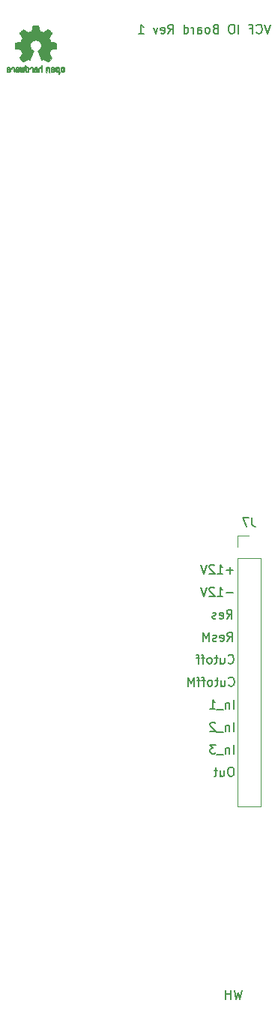
<source format=gbr>
G04 #@! TF.GenerationSoftware,KiCad,Pcbnew,(5.1.4-0-10_14)*
G04 #@! TF.CreationDate,2019-10-08T20:58:21-07:00*
G04 #@! TF.ProjectId,VCF_IO,5643465f-494f-42e6-9b69-6361645f7063,rev?*
G04 #@! TF.SameCoordinates,Original*
G04 #@! TF.FileFunction,Legend,Bot*
G04 #@! TF.FilePolarity,Positive*
%FSLAX46Y46*%
G04 Gerber Fmt 4.6, Leading zero omitted, Abs format (unit mm)*
G04 Created by KiCad (PCBNEW (5.1.4-0-10_14)) date 2019-10-08 20:58:21*
%MOMM*%
%LPD*%
G04 APERTURE LIST*
%ADD10C,0.150000*%
%ADD11C,0.010000*%
%ADD12C,0.120000*%
G04 APERTURE END LIST*
D10*
X101163333Y-132802380D02*
X100972857Y-132802380D01*
X100877619Y-132850000D01*
X100782380Y-132945238D01*
X100734761Y-133135714D01*
X100734761Y-133469047D01*
X100782380Y-133659523D01*
X100877619Y-133754761D01*
X100972857Y-133802380D01*
X101163333Y-133802380D01*
X101258571Y-133754761D01*
X101353809Y-133659523D01*
X101401428Y-133469047D01*
X101401428Y-133135714D01*
X101353809Y-132945238D01*
X101258571Y-132850000D01*
X101163333Y-132802380D01*
X99877619Y-133135714D02*
X99877619Y-133802380D01*
X100306190Y-133135714D02*
X100306190Y-133659523D01*
X100258571Y-133754761D01*
X100163333Y-133802380D01*
X100020476Y-133802380D01*
X99925238Y-133754761D01*
X99877619Y-133707142D01*
X99544285Y-133135714D02*
X99163333Y-133135714D01*
X99401428Y-132802380D02*
X99401428Y-133659523D01*
X99353809Y-133754761D01*
X99258571Y-133802380D01*
X99163333Y-133802380D01*
X101385523Y-131262380D02*
X101385523Y-130262380D01*
X100909333Y-130595714D02*
X100909333Y-131262380D01*
X100909333Y-130690952D02*
X100861714Y-130643333D01*
X100766476Y-130595714D01*
X100623619Y-130595714D01*
X100528380Y-130643333D01*
X100480761Y-130738571D01*
X100480761Y-131262380D01*
X100242666Y-131357619D02*
X99480761Y-131357619D01*
X99337904Y-130262380D02*
X98718857Y-130262380D01*
X99052190Y-130643333D01*
X98909333Y-130643333D01*
X98814095Y-130690952D01*
X98766476Y-130738571D01*
X98718857Y-130833809D01*
X98718857Y-131071904D01*
X98766476Y-131167142D01*
X98814095Y-131214761D01*
X98909333Y-131262380D01*
X99195047Y-131262380D01*
X99290285Y-131214761D01*
X99337904Y-131167142D01*
X101385523Y-128722380D02*
X101385523Y-127722380D01*
X100909333Y-128055714D02*
X100909333Y-128722380D01*
X100909333Y-128150952D02*
X100861714Y-128103333D01*
X100766476Y-128055714D01*
X100623619Y-128055714D01*
X100528380Y-128103333D01*
X100480761Y-128198571D01*
X100480761Y-128722380D01*
X100242666Y-128817619D02*
X99480761Y-128817619D01*
X99290285Y-127817619D02*
X99242666Y-127770000D01*
X99147428Y-127722380D01*
X98909333Y-127722380D01*
X98814095Y-127770000D01*
X98766476Y-127817619D01*
X98718857Y-127912857D01*
X98718857Y-128008095D01*
X98766476Y-128150952D01*
X99337904Y-128722380D01*
X98718857Y-128722380D01*
X101385523Y-126182380D02*
X101385523Y-125182380D01*
X100909333Y-125515714D02*
X100909333Y-126182380D01*
X100909333Y-125610952D02*
X100861714Y-125563333D01*
X100766476Y-125515714D01*
X100623619Y-125515714D01*
X100528380Y-125563333D01*
X100480761Y-125658571D01*
X100480761Y-126182380D01*
X100242666Y-126277619D02*
X99480761Y-126277619D01*
X98718857Y-126182380D02*
X99290285Y-126182380D01*
X99004571Y-126182380D02*
X99004571Y-125182380D01*
X99099809Y-125325238D01*
X99195047Y-125420476D01*
X99290285Y-125468095D01*
X100829809Y-123547142D02*
X100877428Y-123594761D01*
X101020285Y-123642380D01*
X101115523Y-123642380D01*
X101258380Y-123594761D01*
X101353619Y-123499523D01*
X101401238Y-123404285D01*
X101448857Y-123213809D01*
X101448857Y-123070952D01*
X101401238Y-122880476D01*
X101353619Y-122785238D01*
X101258380Y-122690000D01*
X101115523Y-122642380D01*
X101020285Y-122642380D01*
X100877428Y-122690000D01*
X100829809Y-122737619D01*
X99972666Y-122975714D02*
X99972666Y-123642380D01*
X100401238Y-122975714D02*
X100401238Y-123499523D01*
X100353619Y-123594761D01*
X100258380Y-123642380D01*
X100115523Y-123642380D01*
X100020285Y-123594761D01*
X99972666Y-123547142D01*
X99639333Y-122975714D02*
X99258380Y-122975714D01*
X99496476Y-122642380D02*
X99496476Y-123499523D01*
X99448857Y-123594761D01*
X99353619Y-123642380D01*
X99258380Y-123642380D01*
X98782190Y-123642380D02*
X98877428Y-123594761D01*
X98925047Y-123547142D01*
X98972666Y-123451904D01*
X98972666Y-123166190D01*
X98925047Y-123070952D01*
X98877428Y-123023333D01*
X98782190Y-122975714D01*
X98639333Y-122975714D01*
X98544095Y-123023333D01*
X98496476Y-123070952D01*
X98448857Y-123166190D01*
X98448857Y-123451904D01*
X98496476Y-123547142D01*
X98544095Y-123594761D01*
X98639333Y-123642380D01*
X98782190Y-123642380D01*
X98163142Y-122975714D02*
X97782190Y-122975714D01*
X98020285Y-123642380D02*
X98020285Y-122785238D01*
X97972666Y-122690000D01*
X97877428Y-122642380D01*
X97782190Y-122642380D01*
X97591714Y-122975714D02*
X97210761Y-122975714D01*
X97448857Y-123642380D02*
X97448857Y-122785238D01*
X97401238Y-122690000D01*
X97306000Y-122642380D01*
X97210761Y-122642380D01*
X96877428Y-123642380D02*
X96877428Y-122642380D01*
X96544095Y-123356666D01*
X96210761Y-122642380D01*
X96210761Y-123642380D01*
X100766380Y-121007142D02*
X100814000Y-121054761D01*
X100956857Y-121102380D01*
X101052095Y-121102380D01*
X101194952Y-121054761D01*
X101290190Y-120959523D01*
X101337809Y-120864285D01*
X101385428Y-120673809D01*
X101385428Y-120530952D01*
X101337809Y-120340476D01*
X101290190Y-120245238D01*
X101194952Y-120150000D01*
X101052095Y-120102380D01*
X100956857Y-120102380D01*
X100814000Y-120150000D01*
X100766380Y-120197619D01*
X99909238Y-120435714D02*
X99909238Y-121102380D01*
X100337809Y-120435714D02*
X100337809Y-120959523D01*
X100290190Y-121054761D01*
X100194952Y-121102380D01*
X100052095Y-121102380D01*
X99956857Y-121054761D01*
X99909238Y-121007142D01*
X99575904Y-120435714D02*
X99194952Y-120435714D01*
X99433047Y-120102380D02*
X99433047Y-120959523D01*
X99385428Y-121054761D01*
X99290190Y-121102380D01*
X99194952Y-121102380D01*
X98718761Y-121102380D02*
X98814000Y-121054761D01*
X98861619Y-121007142D01*
X98909238Y-120911904D01*
X98909238Y-120626190D01*
X98861619Y-120530952D01*
X98814000Y-120483333D01*
X98718761Y-120435714D01*
X98575904Y-120435714D01*
X98480666Y-120483333D01*
X98433047Y-120530952D01*
X98385428Y-120626190D01*
X98385428Y-120911904D01*
X98433047Y-121007142D01*
X98480666Y-121054761D01*
X98575904Y-121102380D01*
X98718761Y-121102380D01*
X98099714Y-120435714D02*
X97718761Y-120435714D01*
X97956857Y-121102380D02*
X97956857Y-120245238D01*
X97909238Y-120150000D01*
X97814000Y-120102380D01*
X97718761Y-120102380D01*
X97528285Y-120435714D02*
X97147333Y-120435714D01*
X97385428Y-121102380D02*
X97385428Y-120245238D01*
X97337809Y-120150000D01*
X97242571Y-120102380D01*
X97147333Y-120102380D01*
X100663238Y-118562380D02*
X100996571Y-118086190D01*
X101234666Y-118562380D02*
X101234666Y-117562380D01*
X100853714Y-117562380D01*
X100758476Y-117610000D01*
X100710857Y-117657619D01*
X100663238Y-117752857D01*
X100663238Y-117895714D01*
X100710857Y-117990952D01*
X100758476Y-118038571D01*
X100853714Y-118086190D01*
X101234666Y-118086190D01*
X99853714Y-118514761D02*
X99948952Y-118562380D01*
X100139428Y-118562380D01*
X100234666Y-118514761D01*
X100282285Y-118419523D01*
X100282285Y-118038571D01*
X100234666Y-117943333D01*
X100139428Y-117895714D01*
X99948952Y-117895714D01*
X99853714Y-117943333D01*
X99806095Y-118038571D01*
X99806095Y-118133809D01*
X100282285Y-118229047D01*
X99425142Y-118514761D02*
X99329904Y-118562380D01*
X99139428Y-118562380D01*
X99044190Y-118514761D01*
X98996571Y-118419523D01*
X98996571Y-118371904D01*
X99044190Y-118276666D01*
X99139428Y-118229047D01*
X99282285Y-118229047D01*
X99377523Y-118181428D01*
X99425142Y-118086190D01*
X99425142Y-118038571D01*
X99377523Y-117943333D01*
X99282285Y-117895714D01*
X99139428Y-117895714D01*
X99044190Y-117943333D01*
X98568000Y-118562380D02*
X98568000Y-117562380D01*
X98234666Y-118276666D01*
X97901333Y-117562380D01*
X97901333Y-118562380D01*
X100599809Y-116022380D02*
X100933142Y-115546190D01*
X101171238Y-116022380D02*
X101171238Y-115022380D01*
X100790285Y-115022380D01*
X100695047Y-115070000D01*
X100647428Y-115117619D01*
X100599809Y-115212857D01*
X100599809Y-115355714D01*
X100647428Y-115450952D01*
X100695047Y-115498571D01*
X100790285Y-115546190D01*
X101171238Y-115546190D01*
X99790285Y-115974761D02*
X99885523Y-116022380D01*
X100076000Y-116022380D01*
X100171238Y-115974761D01*
X100218857Y-115879523D01*
X100218857Y-115498571D01*
X100171238Y-115403333D01*
X100076000Y-115355714D01*
X99885523Y-115355714D01*
X99790285Y-115403333D01*
X99742666Y-115498571D01*
X99742666Y-115593809D01*
X100218857Y-115689047D01*
X99361714Y-115974761D02*
X99266476Y-116022380D01*
X99076000Y-116022380D01*
X98980761Y-115974761D01*
X98933142Y-115879523D01*
X98933142Y-115831904D01*
X98980761Y-115736666D01*
X99076000Y-115689047D01*
X99218857Y-115689047D01*
X99314095Y-115641428D01*
X99361714Y-115546190D01*
X99361714Y-115498571D01*
X99314095Y-115403333D01*
X99218857Y-115355714D01*
X99076000Y-115355714D01*
X98980761Y-115403333D01*
X101329904Y-113101428D02*
X100568000Y-113101428D01*
X99568000Y-113482380D02*
X100139428Y-113482380D01*
X99853714Y-113482380D02*
X99853714Y-112482380D01*
X99948952Y-112625238D01*
X100044190Y-112720476D01*
X100139428Y-112768095D01*
X99187047Y-112577619D02*
X99139428Y-112530000D01*
X99044190Y-112482380D01*
X98806095Y-112482380D01*
X98710857Y-112530000D01*
X98663238Y-112577619D01*
X98615619Y-112672857D01*
X98615619Y-112768095D01*
X98663238Y-112910952D01*
X99234666Y-113482380D01*
X98615619Y-113482380D01*
X98329904Y-112482380D02*
X97996571Y-113482380D01*
X97663238Y-112482380D01*
X101329904Y-110561428D02*
X100568000Y-110561428D01*
X100948952Y-110942380D02*
X100948952Y-110180476D01*
X99568000Y-110942380D02*
X100139428Y-110942380D01*
X99853714Y-110942380D02*
X99853714Y-109942380D01*
X99948952Y-110085238D01*
X100044190Y-110180476D01*
X100139428Y-110228095D01*
X99187047Y-110037619D02*
X99139428Y-109990000D01*
X99044190Y-109942380D01*
X98806095Y-109942380D01*
X98710857Y-109990000D01*
X98663238Y-110037619D01*
X98615619Y-110132857D01*
X98615619Y-110228095D01*
X98663238Y-110370952D01*
X99234666Y-110942380D01*
X98615619Y-110942380D01*
X98329904Y-109942380D02*
X97996571Y-110942380D01*
X97663238Y-109942380D01*
X102298380Y-157948380D02*
X102060285Y-158948380D01*
X101869809Y-158234095D01*
X101679333Y-158948380D01*
X101441238Y-157948380D01*
X101060285Y-158948380D02*
X101060285Y-157948380D01*
X101060285Y-158424571D02*
X100488857Y-158424571D01*
X100488857Y-158948380D02*
X100488857Y-157948380D01*
X105544000Y-48982380D02*
X105210666Y-49982380D01*
X104877333Y-48982380D01*
X103972571Y-49887142D02*
X104020190Y-49934761D01*
X104163047Y-49982380D01*
X104258285Y-49982380D01*
X104401142Y-49934761D01*
X104496380Y-49839523D01*
X104544000Y-49744285D01*
X104591619Y-49553809D01*
X104591619Y-49410952D01*
X104544000Y-49220476D01*
X104496380Y-49125238D01*
X104401142Y-49030000D01*
X104258285Y-48982380D01*
X104163047Y-48982380D01*
X104020190Y-49030000D01*
X103972571Y-49077619D01*
X103210666Y-49458571D02*
X103544000Y-49458571D01*
X103544000Y-49982380D02*
X103544000Y-48982380D01*
X103067809Y-48982380D01*
X101924952Y-49982380D02*
X101924952Y-48982380D01*
X101258285Y-48982380D02*
X101067809Y-48982380D01*
X100972571Y-49030000D01*
X100877333Y-49125238D01*
X100829714Y-49315714D01*
X100829714Y-49649047D01*
X100877333Y-49839523D01*
X100972571Y-49934761D01*
X101067809Y-49982380D01*
X101258285Y-49982380D01*
X101353523Y-49934761D01*
X101448761Y-49839523D01*
X101496380Y-49649047D01*
X101496380Y-49315714D01*
X101448761Y-49125238D01*
X101353523Y-49030000D01*
X101258285Y-48982380D01*
X99305904Y-49458571D02*
X99163047Y-49506190D01*
X99115428Y-49553809D01*
X99067809Y-49649047D01*
X99067809Y-49791904D01*
X99115428Y-49887142D01*
X99163047Y-49934761D01*
X99258285Y-49982380D01*
X99639238Y-49982380D01*
X99639238Y-48982380D01*
X99305904Y-48982380D01*
X99210666Y-49030000D01*
X99163047Y-49077619D01*
X99115428Y-49172857D01*
X99115428Y-49268095D01*
X99163047Y-49363333D01*
X99210666Y-49410952D01*
X99305904Y-49458571D01*
X99639238Y-49458571D01*
X98496380Y-49982380D02*
X98591619Y-49934761D01*
X98639238Y-49887142D01*
X98686857Y-49791904D01*
X98686857Y-49506190D01*
X98639238Y-49410952D01*
X98591619Y-49363333D01*
X98496380Y-49315714D01*
X98353523Y-49315714D01*
X98258285Y-49363333D01*
X98210666Y-49410952D01*
X98163047Y-49506190D01*
X98163047Y-49791904D01*
X98210666Y-49887142D01*
X98258285Y-49934761D01*
X98353523Y-49982380D01*
X98496380Y-49982380D01*
X97305904Y-49982380D02*
X97305904Y-49458571D01*
X97353523Y-49363333D01*
X97448761Y-49315714D01*
X97639238Y-49315714D01*
X97734476Y-49363333D01*
X97305904Y-49934761D02*
X97401142Y-49982380D01*
X97639238Y-49982380D01*
X97734476Y-49934761D01*
X97782095Y-49839523D01*
X97782095Y-49744285D01*
X97734476Y-49649047D01*
X97639238Y-49601428D01*
X97401142Y-49601428D01*
X97305904Y-49553809D01*
X96829714Y-49982380D02*
X96829714Y-49315714D01*
X96829714Y-49506190D02*
X96782095Y-49410952D01*
X96734476Y-49363333D01*
X96639238Y-49315714D01*
X96544000Y-49315714D01*
X95782095Y-49982380D02*
X95782095Y-48982380D01*
X95782095Y-49934761D02*
X95877333Y-49982380D01*
X96067809Y-49982380D01*
X96163047Y-49934761D01*
X96210666Y-49887142D01*
X96258285Y-49791904D01*
X96258285Y-49506190D01*
X96210666Y-49410952D01*
X96163047Y-49363333D01*
X96067809Y-49315714D01*
X95877333Y-49315714D01*
X95782095Y-49363333D01*
X93972571Y-49982380D02*
X94305904Y-49506190D01*
X94544000Y-49982380D02*
X94544000Y-48982380D01*
X94163047Y-48982380D01*
X94067809Y-49030000D01*
X94020190Y-49077619D01*
X93972571Y-49172857D01*
X93972571Y-49315714D01*
X94020190Y-49410952D01*
X94067809Y-49458571D01*
X94163047Y-49506190D01*
X94544000Y-49506190D01*
X93163047Y-49934761D02*
X93258285Y-49982380D01*
X93448761Y-49982380D01*
X93544000Y-49934761D01*
X93591619Y-49839523D01*
X93591619Y-49458571D01*
X93544000Y-49363333D01*
X93448761Y-49315714D01*
X93258285Y-49315714D01*
X93163047Y-49363333D01*
X93115428Y-49458571D01*
X93115428Y-49553809D01*
X93591619Y-49649047D01*
X92782095Y-49315714D02*
X92544000Y-49982380D01*
X92305904Y-49315714D01*
X90639238Y-49982380D02*
X91210666Y-49982380D01*
X90924952Y-49982380D02*
X90924952Y-48982380D01*
X91020190Y-49125238D01*
X91115428Y-49220476D01*
X91210666Y-49268095D01*
D11*
G36*
X78890090Y-49058348D02*
G01*
X78811546Y-49058778D01*
X78754702Y-49059942D01*
X78715895Y-49062207D01*
X78691462Y-49065940D01*
X78677738Y-49071506D01*
X78671060Y-49079273D01*
X78667764Y-49089605D01*
X78667444Y-49090943D01*
X78662438Y-49115079D01*
X78653171Y-49162701D01*
X78640608Y-49228741D01*
X78625713Y-49308128D01*
X78609449Y-49395796D01*
X78608881Y-49398875D01*
X78592590Y-49484789D01*
X78577348Y-49560696D01*
X78564139Y-49622045D01*
X78553946Y-49664282D01*
X78547752Y-49682855D01*
X78547457Y-49683184D01*
X78529212Y-49692253D01*
X78491595Y-49707367D01*
X78442729Y-49725262D01*
X78442457Y-49725358D01*
X78380907Y-49748493D01*
X78308343Y-49777965D01*
X78239943Y-49807597D01*
X78236706Y-49809062D01*
X78125298Y-49859626D01*
X77878601Y-49691160D01*
X77802923Y-49639803D01*
X77734369Y-49593889D01*
X77676912Y-49556030D01*
X77634524Y-49528837D01*
X77611175Y-49514921D01*
X77608958Y-49513889D01*
X77591990Y-49518484D01*
X77560299Y-49540655D01*
X77512648Y-49581447D01*
X77447802Y-49641905D01*
X77381603Y-49706227D01*
X77317786Y-49769612D01*
X77260671Y-49827451D01*
X77213695Y-49876175D01*
X77180297Y-49912210D01*
X77163915Y-49931984D01*
X77163306Y-49933002D01*
X77161495Y-49946572D01*
X77168317Y-49968733D01*
X77185460Y-50002478D01*
X77214607Y-50050800D01*
X77257445Y-50116692D01*
X77314552Y-50201517D01*
X77365234Y-50276177D01*
X77410539Y-50343140D01*
X77447850Y-50398516D01*
X77474548Y-50438420D01*
X77488015Y-50458962D01*
X77488863Y-50460356D01*
X77487219Y-50480038D01*
X77474755Y-50518293D01*
X77453952Y-50567889D01*
X77446538Y-50583728D01*
X77414186Y-50654290D01*
X77379672Y-50734353D01*
X77351635Y-50803629D01*
X77331432Y-50855045D01*
X77315385Y-50894119D01*
X77306112Y-50914541D01*
X77304959Y-50916114D01*
X77287904Y-50918721D01*
X77247702Y-50925863D01*
X77189698Y-50936523D01*
X77119237Y-50949685D01*
X77041665Y-50964333D01*
X76962328Y-50979449D01*
X76886569Y-50994018D01*
X76819736Y-51007022D01*
X76767172Y-51017445D01*
X76734224Y-51024270D01*
X76726143Y-51026199D01*
X76717795Y-51030962D01*
X76711494Y-51041718D01*
X76706955Y-51062098D01*
X76703896Y-51095734D01*
X76702033Y-51146255D01*
X76701082Y-51217292D01*
X76700760Y-51312476D01*
X76700743Y-51351492D01*
X76700743Y-51668799D01*
X76776943Y-51683839D01*
X76819337Y-51691995D01*
X76882600Y-51703899D01*
X76959038Y-51718116D01*
X77040957Y-51733210D01*
X77063600Y-51737355D01*
X77139194Y-51752053D01*
X77205047Y-51766505D01*
X77255634Y-51779375D01*
X77285426Y-51789322D01*
X77290388Y-51792287D01*
X77302574Y-51813283D01*
X77320047Y-51853967D01*
X77339423Y-51906322D01*
X77343266Y-51917600D01*
X77368661Y-51987523D01*
X77400183Y-52066418D01*
X77431031Y-52137266D01*
X77431183Y-52137595D01*
X77482553Y-52248733D01*
X77313601Y-52497253D01*
X77144648Y-52745772D01*
X77361571Y-52963058D01*
X77427181Y-53027726D01*
X77487021Y-53084733D01*
X77537733Y-53131033D01*
X77575954Y-53163584D01*
X77598325Y-53179343D01*
X77601534Y-53180343D01*
X77620374Y-53172469D01*
X77658820Y-53150578D01*
X77712670Y-53117267D01*
X77777724Y-53075131D01*
X77848060Y-53027943D01*
X77919445Y-52979810D01*
X77983092Y-52937928D01*
X78034959Y-52904871D01*
X78071005Y-52883218D01*
X78087133Y-52875543D01*
X78106811Y-52882037D01*
X78144125Y-52899150D01*
X78191379Y-52923326D01*
X78196388Y-52926013D01*
X78260023Y-52957927D01*
X78303659Y-52973579D01*
X78330798Y-52973745D01*
X78344943Y-52959204D01*
X78345025Y-52959000D01*
X78352095Y-52941779D01*
X78368958Y-52900899D01*
X78394305Y-52839525D01*
X78426829Y-52760819D01*
X78465222Y-52667947D01*
X78508178Y-52564072D01*
X78549778Y-52463502D01*
X78595496Y-52352516D01*
X78637474Y-52249703D01*
X78674452Y-52158215D01*
X78705173Y-52081201D01*
X78728378Y-52021815D01*
X78742810Y-51983209D01*
X78747257Y-51968800D01*
X78736104Y-51952272D01*
X78706931Y-51925930D01*
X78668029Y-51896887D01*
X78557243Y-51805039D01*
X78470649Y-51699759D01*
X78409284Y-51583266D01*
X78374185Y-51457776D01*
X78366392Y-51325507D01*
X78372057Y-51264457D01*
X78402922Y-51137795D01*
X78456080Y-51025941D01*
X78528233Y-50930001D01*
X78616083Y-50851076D01*
X78716335Y-50790270D01*
X78825690Y-50748687D01*
X78940853Y-50727428D01*
X79058525Y-50727599D01*
X79175410Y-50750301D01*
X79288211Y-50796638D01*
X79393631Y-50867713D01*
X79437632Y-50907911D01*
X79522021Y-51011129D01*
X79580778Y-51123925D01*
X79614296Y-51243010D01*
X79622965Y-51365095D01*
X79607177Y-51486893D01*
X79567322Y-51605116D01*
X79503793Y-51716475D01*
X79416979Y-51817684D01*
X79319971Y-51896887D01*
X79279563Y-51927162D01*
X79251018Y-51953219D01*
X79240743Y-51968825D01*
X79246123Y-51985843D01*
X79261425Y-52026500D01*
X79285388Y-52087642D01*
X79316756Y-52166119D01*
X79354268Y-52258780D01*
X79396667Y-52362472D01*
X79438337Y-52463526D01*
X79484310Y-52574607D01*
X79526893Y-52677541D01*
X79564779Y-52769165D01*
X79596660Y-52846316D01*
X79621229Y-52905831D01*
X79637180Y-52944544D01*
X79643090Y-52959000D01*
X79657052Y-52973685D01*
X79684060Y-52973642D01*
X79727587Y-52958099D01*
X79791110Y-52926284D01*
X79791612Y-52926013D01*
X79839440Y-52901323D01*
X79878103Y-52883338D01*
X79899905Y-52875614D01*
X79900867Y-52875543D01*
X79917279Y-52883378D01*
X79953513Y-52905165D01*
X80005526Y-52938328D01*
X80069275Y-52980291D01*
X80139940Y-53027943D01*
X80211884Y-53076191D01*
X80276726Y-53118151D01*
X80330265Y-53151227D01*
X80368303Y-53172821D01*
X80386467Y-53180343D01*
X80403192Y-53170457D01*
X80436820Y-53142826D01*
X80483990Y-53100495D01*
X80541342Y-53046505D01*
X80605516Y-52983899D01*
X80626503Y-52962983D01*
X80843501Y-52745623D01*
X80678332Y-52503220D01*
X80628136Y-52428781D01*
X80584081Y-52361972D01*
X80548638Y-52306665D01*
X80524281Y-52266729D01*
X80513478Y-52246036D01*
X80513162Y-52244563D01*
X80518857Y-52225058D01*
X80534174Y-52185822D01*
X80556463Y-52133430D01*
X80572107Y-52098355D01*
X80601359Y-52031201D01*
X80628906Y-51963358D01*
X80650263Y-51906034D01*
X80656065Y-51888572D01*
X80672548Y-51841938D01*
X80688660Y-51805905D01*
X80697510Y-51792287D01*
X80717040Y-51783952D01*
X80759666Y-51772137D01*
X80819855Y-51758181D01*
X80892078Y-51743422D01*
X80924400Y-51737355D01*
X81006478Y-51722273D01*
X81085205Y-51707669D01*
X81152891Y-51694980D01*
X81201840Y-51685642D01*
X81211057Y-51683839D01*
X81287257Y-51668799D01*
X81287257Y-51351492D01*
X81287086Y-51247154D01*
X81286384Y-51168213D01*
X81284866Y-51111038D01*
X81282251Y-51071999D01*
X81278254Y-51047465D01*
X81272591Y-51033805D01*
X81264980Y-51027389D01*
X81261857Y-51026199D01*
X81243022Y-51021980D01*
X81201412Y-51013562D01*
X81142370Y-51001961D01*
X81071243Y-50988195D01*
X80993375Y-50973280D01*
X80914113Y-50958232D01*
X80838802Y-50944069D01*
X80772787Y-50931806D01*
X80721413Y-50922461D01*
X80690025Y-50917050D01*
X80683041Y-50916114D01*
X80676715Y-50903596D01*
X80662710Y-50870246D01*
X80643645Y-50822377D01*
X80636366Y-50803629D01*
X80607004Y-50731195D01*
X80572429Y-50651170D01*
X80541463Y-50583728D01*
X80518677Y-50532159D01*
X80503518Y-50489785D01*
X80498458Y-50463834D01*
X80499264Y-50460356D01*
X80509959Y-50443936D01*
X80534380Y-50407417D01*
X80569905Y-50354687D01*
X80613913Y-50289635D01*
X80663783Y-50216151D01*
X80673644Y-50201645D01*
X80731508Y-50115704D01*
X80774044Y-50050261D01*
X80802946Y-50002304D01*
X80819910Y-49968820D01*
X80826633Y-49946795D01*
X80824810Y-49933217D01*
X80824764Y-49933131D01*
X80810414Y-49915297D01*
X80778677Y-49880817D01*
X80732990Y-49833268D01*
X80676796Y-49776222D01*
X80613532Y-49713255D01*
X80606398Y-49706227D01*
X80526670Y-49629020D01*
X80465143Y-49572330D01*
X80420579Y-49535110D01*
X80391743Y-49516315D01*
X80379042Y-49513889D01*
X80360506Y-49524471D01*
X80322039Y-49548916D01*
X80267614Y-49584612D01*
X80201202Y-49628947D01*
X80126775Y-49679311D01*
X80109399Y-49691160D01*
X79862703Y-49859626D01*
X79751294Y-49809062D01*
X79683543Y-49779595D01*
X79610817Y-49749959D01*
X79548297Y-49726330D01*
X79545543Y-49725358D01*
X79496640Y-49707457D01*
X79458943Y-49692320D01*
X79440575Y-49683210D01*
X79440544Y-49683184D01*
X79434715Y-49666717D01*
X79424808Y-49626219D01*
X79411805Y-49566242D01*
X79396691Y-49491340D01*
X79380448Y-49406064D01*
X79379119Y-49398875D01*
X79362825Y-49311014D01*
X79347867Y-49231260D01*
X79335209Y-49164681D01*
X79325814Y-49116347D01*
X79320646Y-49091325D01*
X79320556Y-49090943D01*
X79317411Y-49080299D01*
X79311296Y-49072262D01*
X79298547Y-49066467D01*
X79275500Y-49062547D01*
X79238491Y-49060135D01*
X79183856Y-49058865D01*
X79107933Y-49058371D01*
X79007056Y-49058286D01*
X78994000Y-49058286D01*
X78890090Y-49058348D01*
X78890090Y-49058348D01*
G37*
X78890090Y-49058348D02*
X78811546Y-49058778D01*
X78754702Y-49059942D01*
X78715895Y-49062207D01*
X78691462Y-49065940D01*
X78677738Y-49071506D01*
X78671060Y-49079273D01*
X78667764Y-49089605D01*
X78667444Y-49090943D01*
X78662438Y-49115079D01*
X78653171Y-49162701D01*
X78640608Y-49228741D01*
X78625713Y-49308128D01*
X78609449Y-49395796D01*
X78608881Y-49398875D01*
X78592590Y-49484789D01*
X78577348Y-49560696D01*
X78564139Y-49622045D01*
X78553946Y-49664282D01*
X78547752Y-49682855D01*
X78547457Y-49683184D01*
X78529212Y-49692253D01*
X78491595Y-49707367D01*
X78442729Y-49725262D01*
X78442457Y-49725358D01*
X78380907Y-49748493D01*
X78308343Y-49777965D01*
X78239943Y-49807597D01*
X78236706Y-49809062D01*
X78125298Y-49859626D01*
X77878601Y-49691160D01*
X77802923Y-49639803D01*
X77734369Y-49593889D01*
X77676912Y-49556030D01*
X77634524Y-49528837D01*
X77611175Y-49514921D01*
X77608958Y-49513889D01*
X77591990Y-49518484D01*
X77560299Y-49540655D01*
X77512648Y-49581447D01*
X77447802Y-49641905D01*
X77381603Y-49706227D01*
X77317786Y-49769612D01*
X77260671Y-49827451D01*
X77213695Y-49876175D01*
X77180297Y-49912210D01*
X77163915Y-49931984D01*
X77163306Y-49933002D01*
X77161495Y-49946572D01*
X77168317Y-49968733D01*
X77185460Y-50002478D01*
X77214607Y-50050800D01*
X77257445Y-50116692D01*
X77314552Y-50201517D01*
X77365234Y-50276177D01*
X77410539Y-50343140D01*
X77447850Y-50398516D01*
X77474548Y-50438420D01*
X77488015Y-50458962D01*
X77488863Y-50460356D01*
X77487219Y-50480038D01*
X77474755Y-50518293D01*
X77453952Y-50567889D01*
X77446538Y-50583728D01*
X77414186Y-50654290D01*
X77379672Y-50734353D01*
X77351635Y-50803629D01*
X77331432Y-50855045D01*
X77315385Y-50894119D01*
X77306112Y-50914541D01*
X77304959Y-50916114D01*
X77287904Y-50918721D01*
X77247702Y-50925863D01*
X77189698Y-50936523D01*
X77119237Y-50949685D01*
X77041665Y-50964333D01*
X76962328Y-50979449D01*
X76886569Y-50994018D01*
X76819736Y-51007022D01*
X76767172Y-51017445D01*
X76734224Y-51024270D01*
X76726143Y-51026199D01*
X76717795Y-51030962D01*
X76711494Y-51041718D01*
X76706955Y-51062098D01*
X76703896Y-51095734D01*
X76702033Y-51146255D01*
X76701082Y-51217292D01*
X76700760Y-51312476D01*
X76700743Y-51351492D01*
X76700743Y-51668799D01*
X76776943Y-51683839D01*
X76819337Y-51691995D01*
X76882600Y-51703899D01*
X76959038Y-51718116D01*
X77040957Y-51733210D01*
X77063600Y-51737355D01*
X77139194Y-51752053D01*
X77205047Y-51766505D01*
X77255634Y-51779375D01*
X77285426Y-51789322D01*
X77290388Y-51792287D01*
X77302574Y-51813283D01*
X77320047Y-51853967D01*
X77339423Y-51906322D01*
X77343266Y-51917600D01*
X77368661Y-51987523D01*
X77400183Y-52066418D01*
X77431031Y-52137266D01*
X77431183Y-52137595D01*
X77482553Y-52248733D01*
X77313601Y-52497253D01*
X77144648Y-52745772D01*
X77361571Y-52963058D01*
X77427181Y-53027726D01*
X77487021Y-53084733D01*
X77537733Y-53131033D01*
X77575954Y-53163584D01*
X77598325Y-53179343D01*
X77601534Y-53180343D01*
X77620374Y-53172469D01*
X77658820Y-53150578D01*
X77712670Y-53117267D01*
X77777724Y-53075131D01*
X77848060Y-53027943D01*
X77919445Y-52979810D01*
X77983092Y-52937928D01*
X78034959Y-52904871D01*
X78071005Y-52883218D01*
X78087133Y-52875543D01*
X78106811Y-52882037D01*
X78144125Y-52899150D01*
X78191379Y-52923326D01*
X78196388Y-52926013D01*
X78260023Y-52957927D01*
X78303659Y-52973579D01*
X78330798Y-52973745D01*
X78344943Y-52959204D01*
X78345025Y-52959000D01*
X78352095Y-52941779D01*
X78368958Y-52900899D01*
X78394305Y-52839525D01*
X78426829Y-52760819D01*
X78465222Y-52667947D01*
X78508178Y-52564072D01*
X78549778Y-52463502D01*
X78595496Y-52352516D01*
X78637474Y-52249703D01*
X78674452Y-52158215D01*
X78705173Y-52081201D01*
X78728378Y-52021815D01*
X78742810Y-51983209D01*
X78747257Y-51968800D01*
X78736104Y-51952272D01*
X78706931Y-51925930D01*
X78668029Y-51896887D01*
X78557243Y-51805039D01*
X78470649Y-51699759D01*
X78409284Y-51583266D01*
X78374185Y-51457776D01*
X78366392Y-51325507D01*
X78372057Y-51264457D01*
X78402922Y-51137795D01*
X78456080Y-51025941D01*
X78528233Y-50930001D01*
X78616083Y-50851076D01*
X78716335Y-50790270D01*
X78825690Y-50748687D01*
X78940853Y-50727428D01*
X79058525Y-50727599D01*
X79175410Y-50750301D01*
X79288211Y-50796638D01*
X79393631Y-50867713D01*
X79437632Y-50907911D01*
X79522021Y-51011129D01*
X79580778Y-51123925D01*
X79614296Y-51243010D01*
X79622965Y-51365095D01*
X79607177Y-51486893D01*
X79567322Y-51605116D01*
X79503793Y-51716475D01*
X79416979Y-51817684D01*
X79319971Y-51896887D01*
X79279563Y-51927162D01*
X79251018Y-51953219D01*
X79240743Y-51968825D01*
X79246123Y-51985843D01*
X79261425Y-52026500D01*
X79285388Y-52087642D01*
X79316756Y-52166119D01*
X79354268Y-52258780D01*
X79396667Y-52362472D01*
X79438337Y-52463526D01*
X79484310Y-52574607D01*
X79526893Y-52677541D01*
X79564779Y-52769165D01*
X79596660Y-52846316D01*
X79621229Y-52905831D01*
X79637180Y-52944544D01*
X79643090Y-52959000D01*
X79657052Y-52973685D01*
X79684060Y-52973642D01*
X79727587Y-52958099D01*
X79791110Y-52926284D01*
X79791612Y-52926013D01*
X79839440Y-52901323D01*
X79878103Y-52883338D01*
X79899905Y-52875614D01*
X79900867Y-52875543D01*
X79917279Y-52883378D01*
X79953513Y-52905165D01*
X80005526Y-52938328D01*
X80069275Y-52980291D01*
X80139940Y-53027943D01*
X80211884Y-53076191D01*
X80276726Y-53118151D01*
X80330265Y-53151227D01*
X80368303Y-53172821D01*
X80386467Y-53180343D01*
X80403192Y-53170457D01*
X80436820Y-53142826D01*
X80483990Y-53100495D01*
X80541342Y-53046505D01*
X80605516Y-52983899D01*
X80626503Y-52962983D01*
X80843501Y-52745623D01*
X80678332Y-52503220D01*
X80628136Y-52428781D01*
X80584081Y-52361972D01*
X80548638Y-52306665D01*
X80524281Y-52266729D01*
X80513478Y-52246036D01*
X80513162Y-52244563D01*
X80518857Y-52225058D01*
X80534174Y-52185822D01*
X80556463Y-52133430D01*
X80572107Y-52098355D01*
X80601359Y-52031201D01*
X80628906Y-51963358D01*
X80650263Y-51906034D01*
X80656065Y-51888572D01*
X80672548Y-51841938D01*
X80688660Y-51805905D01*
X80697510Y-51792287D01*
X80717040Y-51783952D01*
X80759666Y-51772137D01*
X80819855Y-51758181D01*
X80892078Y-51743422D01*
X80924400Y-51737355D01*
X81006478Y-51722273D01*
X81085205Y-51707669D01*
X81152891Y-51694980D01*
X81201840Y-51685642D01*
X81211057Y-51683839D01*
X81287257Y-51668799D01*
X81287257Y-51351492D01*
X81287086Y-51247154D01*
X81286384Y-51168213D01*
X81284866Y-51111038D01*
X81282251Y-51071999D01*
X81278254Y-51047465D01*
X81272591Y-51033805D01*
X81264980Y-51027389D01*
X81261857Y-51026199D01*
X81243022Y-51021980D01*
X81201412Y-51013562D01*
X81142370Y-51001961D01*
X81071243Y-50988195D01*
X80993375Y-50973280D01*
X80914113Y-50958232D01*
X80838802Y-50944069D01*
X80772787Y-50931806D01*
X80721413Y-50922461D01*
X80690025Y-50917050D01*
X80683041Y-50916114D01*
X80676715Y-50903596D01*
X80662710Y-50870246D01*
X80643645Y-50822377D01*
X80636366Y-50803629D01*
X80607004Y-50731195D01*
X80572429Y-50651170D01*
X80541463Y-50583728D01*
X80518677Y-50532159D01*
X80503518Y-50489785D01*
X80498458Y-50463834D01*
X80499264Y-50460356D01*
X80509959Y-50443936D01*
X80534380Y-50407417D01*
X80569905Y-50354687D01*
X80613913Y-50289635D01*
X80663783Y-50216151D01*
X80673644Y-50201645D01*
X80731508Y-50115704D01*
X80774044Y-50050261D01*
X80802946Y-50002304D01*
X80819910Y-49968820D01*
X80826633Y-49946795D01*
X80824810Y-49933217D01*
X80824764Y-49933131D01*
X80810414Y-49915297D01*
X80778677Y-49880817D01*
X80732990Y-49833268D01*
X80676796Y-49776222D01*
X80613532Y-49713255D01*
X80606398Y-49706227D01*
X80526670Y-49629020D01*
X80465143Y-49572330D01*
X80420579Y-49535110D01*
X80391743Y-49516315D01*
X80379042Y-49513889D01*
X80360506Y-49524471D01*
X80322039Y-49548916D01*
X80267614Y-49584612D01*
X80201202Y-49628947D01*
X80126775Y-49679311D01*
X80109399Y-49691160D01*
X79862703Y-49859626D01*
X79751294Y-49809062D01*
X79683543Y-49779595D01*
X79610817Y-49749959D01*
X79548297Y-49726330D01*
X79545543Y-49725358D01*
X79496640Y-49707457D01*
X79458943Y-49692320D01*
X79440575Y-49683210D01*
X79440544Y-49683184D01*
X79434715Y-49666717D01*
X79424808Y-49626219D01*
X79411805Y-49566242D01*
X79396691Y-49491340D01*
X79380448Y-49406064D01*
X79379119Y-49398875D01*
X79362825Y-49311014D01*
X79347867Y-49231260D01*
X79335209Y-49164681D01*
X79325814Y-49116347D01*
X79320646Y-49091325D01*
X79320556Y-49090943D01*
X79317411Y-49080299D01*
X79311296Y-49072262D01*
X79298547Y-49066467D01*
X79275500Y-49062547D01*
X79238491Y-49060135D01*
X79183856Y-49058865D01*
X79107933Y-49058371D01*
X79007056Y-49058286D01*
X78994000Y-49058286D01*
X78890090Y-49058348D01*
G36*
X75840405Y-53782966D02*
G01*
X75782979Y-53820497D01*
X75755281Y-53854096D01*
X75733338Y-53915064D01*
X75731595Y-53963308D01*
X75735543Y-54027816D01*
X75884314Y-54092934D01*
X75956651Y-54126202D01*
X76003916Y-54152964D01*
X76028493Y-54176144D01*
X76032763Y-54198667D01*
X76019111Y-54223455D01*
X76004057Y-54239886D01*
X75960254Y-54266235D01*
X75912611Y-54268081D01*
X75868855Y-54247546D01*
X75836711Y-54206752D01*
X75830962Y-54192347D01*
X75803424Y-54147356D01*
X75771742Y-54128182D01*
X75728286Y-54111779D01*
X75728286Y-54173966D01*
X75732128Y-54216283D01*
X75747177Y-54251969D01*
X75778720Y-54292943D01*
X75783408Y-54298267D01*
X75818494Y-54334720D01*
X75848653Y-54354283D01*
X75886385Y-54363283D01*
X75917665Y-54366230D01*
X75973615Y-54366965D01*
X76013445Y-54357660D01*
X76038292Y-54343846D01*
X76077344Y-54313467D01*
X76104375Y-54280613D01*
X76121483Y-54239294D01*
X76130762Y-54183521D01*
X76134307Y-54107305D01*
X76134590Y-54068622D01*
X76133628Y-54022247D01*
X76045993Y-54022247D01*
X76044977Y-54047126D01*
X76042444Y-54051200D01*
X76025726Y-54045665D01*
X75989751Y-54031017D01*
X75941669Y-54010190D01*
X75931614Y-54005714D01*
X75870848Y-53974814D01*
X75837368Y-53947657D01*
X75830010Y-53922220D01*
X75847609Y-53896481D01*
X75862144Y-53885109D01*
X75914590Y-53862364D01*
X75963678Y-53866122D01*
X76004773Y-53893884D01*
X76033242Y-53943152D01*
X76042369Y-53982257D01*
X76045993Y-54022247D01*
X76133628Y-54022247D01*
X76132715Y-53978249D01*
X76125804Y-53911384D01*
X76112116Y-53862695D01*
X76089904Y-53826849D01*
X76057426Y-53798513D01*
X76043267Y-53789355D01*
X75978947Y-53765507D01*
X75908527Y-53764006D01*
X75840405Y-53782966D01*
X75840405Y-53782966D01*
G37*
X75840405Y-53782966D02*
X75782979Y-53820497D01*
X75755281Y-53854096D01*
X75733338Y-53915064D01*
X75731595Y-53963308D01*
X75735543Y-54027816D01*
X75884314Y-54092934D01*
X75956651Y-54126202D01*
X76003916Y-54152964D01*
X76028493Y-54176144D01*
X76032763Y-54198667D01*
X76019111Y-54223455D01*
X76004057Y-54239886D01*
X75960254Y-54266235D01*
X75912611Y-54268081D01*
X75868855Y-54247546D01*
X75836711Y-54206752D01*
X75830962Y-54192347D01*
X75803424Y-54147356D01*
X75771742Y-54128182D01*
X75728286Y-54111779D01*
X75728286Y-54173966D01*
X75732128Y-54216283D01*
X75747177Y-54251969D01*
X75778720Y-54292943D01*
X75783408Y-54298267D01*
X75818494Y-54334720D01*
X75848653Y-54354283D01*
X75886385Y-54363283D01*
X75917665Y-54366230D01*
X75973615Y-54366965D01*
X76013445Y-54357660D01*
X76038292Y-54343846D01*
X76077344Y-54313467D01*
X76104375Y-54280613D01*
X76121483Y-54239294D01*
X76130762Y-54183521D01*
X76134307Y-54107305D01*
X76134590Y-54068622D01*
X76133628Y-54022247D01*
X76045993Y-54022247D01*
X76044977Y-54047126D01*
X76042444Y-54051200D01*
X76025726Y-54045665D01*
X75989751Y-54031017D01*
X75941669Y-54010190D01*
X75931614Y-54005714D01*
X75870848Y-53974814D01*
X75837368Y-53947657D01*
X75830010Y-53922220D01*
X75847609Y-53896481D01*
X75862144Y-53885109D01*
X75914590Y-53862364D01*
X75963678Y-53866122D01*
X76004773Y-53893884D01*
X76033242Y-53943152D01*
X76042369Y-53982257D01*
X76045993Y-54022247D01*
X76133628Y-54022247D01*
X76132715Y-53978249D01*
X76125804Y-53911384D01*
X76112116Y-53862695D01*
X76089904Y-53826849D01*
X76057426Y-53798513D01*
X76043267Y-53789355D01*
X75978947Y-53765507D01*
X75908527Y-53764006D01*
X75840405Y-53782966D01*
G36*
X76341400Y-53774752D02*
G01*
X76324052Y-53782334D01*
X76282644Y-53815128D01*
X76247235Y-53862547D01*
X76225336Y-53913151D01*
X76221771Y-53938098D01*
X76233721Y-53972927D01*
X76259933Y-53991357D01*
X76288036Y-54002516D01*
X76300905Y-54004572D01*
X76307171Y-53989649D01*
X76319544Y-53957175D01*
X76324972Y-53942502D01*
X76355410Y-53891744D01*
X76399480Y-53866427D01*
X76455990Y-53867206D01*
X76460175Y-53868203D01*
X76490345Y-53882507D01*
X76512524Y-53910393D01*
X76527673Y-53955287D01*
X76536750Y-54020615D01*
X76540714Y-54109804D01*
X76541086Y-54157261D01*
X76541270Y-54232071D01*
X76542478Y-54283069D01*
X76545691Y-54315471D01*
X76551891Y-54334495D01*
X76562060Y-54345356D01*
X76577181Y-54353272D01*
X76578054Y-54353670D01*
X76607172Y-54365981D01*
X76621597Y-54370514D01*
X76623814Y-54356809D01*
X76625711Y-54318925D01*
X76627153Y-54261715D01*
X76628002Y-54190027D01*
X76628171Y-54137565D01*
X76627308Y-54036047D01*
X76623930Y-53959032D01*
X76616858Y-53902023D01*
X76604912Y-53860526D01*
X76586910Y-53830043D01*
X76561673Y-53806080D01*
X76536753Y-53789355D01*
X76476829Y-53767097D01*
X76407089Y-53762076D01*
X76341400Y-53774752D01*
X76341400Y-53774752D01*
G37*
X76341400Y-53774752D02*
X76324052Y-53782334D01*
X76282644Y-53815128D01*
X76247235Y-53862547D01*
X76225336Y-53913151D01*
X76221771Y-53938098D01*
X76233721Y-53972927D01*
X76259933Y-53991357D01*
X76288036Y-54002516D01*
X76300905Y-54004572D01*
X76307171Y-53989649D01*
X76319544Y-53957175D01*
X76324972Y-53942502D01*
X76355410Y-53891744D01*
X76399480Y-53866427D01*
X76455990Y-53867206D01*
X76460175Y-53868203D01*
X76490345Y-53882507D01*
X76512524Y-53910393D01*
X76527673Y-53955287D01*
X76536750Y-54020615D01*
X76540714Y-54109804D01*
X76541086Y-54157261D01*
X76541270Y-54232071D01*
X76542478Y-54283069D01*
X76545691Y-54315471D01*
X76551891Y-54334495D01*
X76562060Y-54345356D01*
X76577181Y-54353272D01*
X76578054Y-54353670D01*
X76607172Y-54365981D01*
X76621597Y-54370514D01*
X76623814Y-54356809D01*
X76625711Y-54318925D01*
X76627153Y-54261715D01*
X76628002Y-54190027D01*
X76628171Y-54137565D01*
X76627308Y-54036047D01*
X76623930Y-53959032D01*
X76616858Y-53902023D01*
X76604912Y-53860526D01*
X76586910Y-53830043D01*
X76561673Y-53806080D01*
X76536753Y-53789355D01*
X76476829Y-53767097D01*
X76407089Y-53762076D01*
X76341400Y-53774752D01*
G36*
X76849124Y-53772335D02*
G01*
X76807333Y-53791344D01*
X76774531Y-53814378D01*
X76750497Y-53840133D01*
X76733903Y-53873358D01*
X76723423Y-53918800D01*
X76717729Y-53981207D01*
X76715493Y-54065327D01*
X76715257Y-54120721D01*
X76715257Y-54336826D01*
X76752226Y-54353670D01*
X76781344Y-54365981D01*
X76795769Y-54370514D01*
X76798528Y-54357025D01*
X76800718Y-54320653D01*
X76802058Y-54267542D01*
X76802343Y-54225372D01*
X76803566Y-54164447D01*
X76806864Y-54116115D01*
X76811679Y-54086518D01*
X76815504Y-54080229D01*
X76841217Y-54086652D01*
X76881582Y-54103125D01*
X76928321Y-54125458D01*
X76973155Y-54149457D01*
X77007807Y-54170930D01*
X77023998Y-54185685D01*
X77024062Y-54185845D01*
X77022670Y-54213152D01*
X77010182Y-54239219D01*
X76988257Y-54260392D01*
X76956257Y-54267474D01*
X76928908Y-54266649D01*
X76890174Y-54266042D01*
X76869842Y-54275116D01*
X76857631Y-54299092D01*
X76856091Y-54303613D01*
X76850797Y-54337806D01*
X76864953Y-54358568D01*
X76901852Y-54368462D01*
X76941711Y-54370292D01*
X77013438Y-54356727D01*
X77050568Y-54337355D01*
X77096424Y-54291845D01*
X77120744Y-54235983D01*
X77122927Y-54176957D01*
X77102371Y-54121953D01*
X77071451Y-54087486D01*
X77040580Y-54068189D01*
X76992058Y-54043759D01*
X76935515Y-54018985D01*
X76926090Y-54015199D01*
X76863981Y-53987791D01*
X76828178Y-53963634D01*
X76816663Y-53939619D01*
X76827420Y-53912635D01*
X76845886Y-53891543D01*
X76889531Y-53865572D01*
X76937554Y-53863624D01*
X76981594Y-53883637D01*
X77013291Y-53923551D01*
X77017451Y-53933848D01*
X77041673Y-53971724D01*
X77077035Y-53999842D01*
X77121657Y-54022917D01*
X77121657Y-53957485D01*
X77119031Y-53917506D01*
X77107770Y-53885997D01*
X77082801Y-53852378D01*
X77058831Y-53826484D01*
X77021559Y-53789817D01*
X76992599Y-53770121D01*
X76961495Y-53762220D01*
X76926287Y-53760914D01*
X76849124Y-53772335D01*
X76849124Y-53772335D01*
G37*
X76849124Y-53772335D02*
X76807333Y-53791344D01*
X76774531Y-53814378D01*
X76750497Y-53840133D01*
X76733903Y-53873358D01*
X76723423Y-53918800D01*
X76717729Y-53981207D01*
X76715493Y-54065327D01*
X76715257Y-54120721D01*
X76715257Y-54336826D01*
X76752226Y-54353670D01*
X76781344Y-54365981D01*
X76795769Y-54370514D01*
X76798528Y-54357025D01*
X76800718Y-54320653D01*
X76802058Y-54267542D01*
X76802343Y-54225372D01*
X76803566Y-54164447D01*
X76806864Y-54116115D01*
X76811679Y-54086518D01*
X76815504Y-54080229D01*
X76841217Y-54086652D01*
X76881582Y-54103125D01*
X76928321Y-54125458D01*
X76973155Y-54149457D01*
X77007807Y-54170930D01*
X77023998Y-54185685D01*
X77024062Y-54185845D01*
X77022670Y-54213152D01*
X77010182Y-54239219D01*
X76988257Y-54260392D01*
X76956257Y-54267474D01*
X76928908Y-54266649D01*
X76890174Y-54266042D01*
X76869842Y-54275116D01*
X76857631Y-54299092D01*
X76856091Y-54303613D01*
X76850797Y-54337806D01*
X76864953Y-54358568D01*
X76901852Y-54368462D01*
X76941711Y-54370292D01*
X77013438Y-54356727D01*
X77050568Y-54337355D01*
X77096424Y-54291845D01*
X77120744Y-54235983D01*
X77122927Y-54176957D01*
X77102371Y-54121953D01*
X77071451Y-54087486D01*
X77040580Y-54068189D01*
X76992058Y-54043759D01*
X76935515Y-54018985D01*
X76926090Y-54015199D01*
X76863981Y-53987791D01*
X76828178Y-53963634D01*
X76816663Y-53939619D01*
X76827420Y-53912635D01*
X76845886Y-53891543D01*
X76889531Y-53865572D01*
X76937554Y-53863624D01*
X76981594Y-53883637D01*
X77013291Y-53923551D01*
X77017451Y-53933848D01*
X77041673Y-53971724D01*
X77077035Y-53999842D01*
X77121657Y-54022917D01*
X77121657Y-53957485D01*
X77119031Y-53917506D01*
X77107770Y-53885997D01*
X77082801Y-53852378D01*
X77058831Y-53826484D01*
X77021559Y-53789817D01*
X76992599Y-53770121D01*
X76961495Y-53762220D01*
X76926287Y-53760914D01*
X76849124Y-53772335D01*
G36*
X77214167Y-53774663D02*
G01*
X77211952Y-53812850D01*
X77210216Y-53870886D01*
X77209101Y-53944180D01*
X77208743Y-54021055D01*
X77208743Y-54281196D01*
X77254674Y-54327127D01*
X77286325Y-54355429D01*
X77314110Y-54366893D01*
X77352085Y-54366168D01*
X77367160Y-54364321D01*
X77414274Y-54358948D01*
X77453244Y-54355869D01*
X77462743Y-54355585D01*
X77494767Y-54357445D01*
X77540568Y-54362114D01*
X77558326Y-54364321D01*
X77601943Y-54367735D01*
X77631255Y-54360320D01*
X77660320Y-54337427D01*
X77670812Y-54327127D01*
X77716743Y-54281196D01*
X77716743Y-53794602D01*
X77679774Y-53777758D01*
X77647941Y-53765282D01*
X77629317Y-53760914D01*
X77624542Y-53774718D01*
X77620079Y-53813286D01*
X77616225Y-53872356D01*
X77613278Y-53947663D01*
X77611857Y-54011286D01*
X77607886Y-54261657D01*
X77573241Y-54266556D01*
X77541732Y-54263131D01*
X77526292Y-54252041D01*
X77521977Y-54231308D01*
X77518292Y-54187145D01*
X77515531Y-54125146D01*
X77513988Y-54050909D01*
X77513765Y-54012706D01*
X77513543Y-53792783D01*
X77467834Y-53776849D01*
X77435482Y-53766015D01*
X77417885Y-53760962D01*
X77417377Y-53760914D01*
X77415612Y-53774648D01*
X77413671Y-53812730D01*
X77411718Y-53870482D01*
X77409916Y-53943227D01*
X77408657Y-54011286D01*
X77404686Y-54261657D01*
X77317600Y-54261657D01*
X77313604Y-54033240D01*
X77309608Y-53804822D01*
X77267153Y-53782868D01*
X77235808Y-53767793D01*
X77217256Y-53760951D01*
X77216721Y-53760914D01*
X77214167Y-53774663D01*
X77214167Y-53774663D01*
G37*
X77214167Y-53774663D02*
X77211952Y-53812850D01*
X77210216Y-53870886D01*
X77209101Y-53944180D01*
X77208743Y-54021055D01*
X77208743Y-54281196D01*
X77254674Y-54327127D01*
X77286325Y-54355429D01*
X77314110Y-54366893D01*
X77352085Y-54366168D01*
X77367160Y-54364321D01*
X77414274Y-54358948D01*
X77453244Y-54355869D01*
X77462743Y-54355585D01*
X77494767Y-54357445D01*
X77540568Y-54362114D01*
X77558326Y-54364321D01*
X77601943Y-54367735D01*
X77631255Y-54360320D01*
X77660320Y-54337427D01*
X77670812Y-54327127D01*
X77716743Y-54281196D01*
X77716743Y-53794602D01*
X77679774Y-53777758D01*
X77647941Y-53765282D01*
X77629317Y-53760914D01*
X77624542Y-53774718D01*
X77620079Y-53813286D01*
X77616225Y-53872356D01*
X77613278Y-53947663D01*
X77611857Y-54011286D01*
X77607886Y-54261657D01*
X77573241Y-54266556D01*
X77541732Y-54263131D01*
X77526292Y-54252041D01*
X77521977Y-54231308D01*
X77518292Y-54187145D01*
X77515531Y-54125146D01*
X77513988Y-54050909D01*
X77513765Y-54012706D01*
X77513543Y-53792783D01*
X77467834Y-53776849D01*
X77435482Y-53766015D01*
X77417885Y-53760962D01*
X77417377Y-53760914D01*
X77415612Y-53774648D01*
X77413671Y-53812730D01*
X77411718Y-53870482D01*
X77409916Y-53943227D01*
X77408657Y-54011286D01*
X77404686Y-54261657D01*
X77317600Y-54261657D01*
X77313604Y-54033240D01*
X77309608Y-53804822D01*
X77267153Y-53782868D01*
X77235808Y-53767793D01*
X77217256Y-53760951D01*
X77216721Y-53760914D01*
X77214167Y-53774663D01*
G36*
X77803883Y-53881358D02*
G01*
X77804067Y-53989837D01*
X77804781Y-54073287D01*
X77806325Y-54135704D01*
X77808999Y-54181085D01*
X77813106Y-54213429D01*
X77818945Y-54236733D01*
X77826818Y-54254995D01*
X77832779Y-54265418D01*
X77882145Y-54321945D01*
X77944736Y-54357377D01*
X78013987Y-54370090D01*
X78083332Y-54358463D01*
X78124625Y-54337568D01*
X78167975Y-54301422D01*
X78197519Y-54257276D01*
X78215345Y-54199462D01*
X78223537Y-54122313D01*
X78224698Y-54065714D01*
X78224542Y-54061647D01*
X78123143Y-54061647D01*
X78122524Y-54126550D01*
X78119686Y-54169514D01*
X78113160Y-54197622D01*
X78101477Y-54217953D01*
X78087517Y-54233288D01*
X78040635Y-54262890D01*
X77990299Y-54265419D01*
X77942724Y-54240705D01*
X77939021Y-54237356D01*
X77923217Y-54219935D01*
X77913307Y-54199209D01*
X77907942Y-54168362D01*
X77905772Y-54120577D01*
X77905429Y-54067748D01*
X77906173Y-54001381D01*
X77909252Y-53957106D01*
X77915939Y-53928009D01*
X77927504Y-53907173D01*
X77936987Y-53896107D01*
X77981040Y-53868198D01*
X78031776Y-53864843D01*
X78080204Y-53886159D01*
X78089550Y-53894073D01*
X78105460Y-53911647D01*
X78115390Y-53932587D01*
X78120722Y-53963782D01*
X78122837Y-54012122D01*
X78123143Y-54061647D01*
X78224542Y-54061647D01*
X78221190Y-53974568D01*
X78209274Y-53906086D01*
X78186865Y-53854600D01*
X78151876Y-53814443D01*
X78124625Y-53793861D01*
X78075093Y-53771625D01*
X78017684Y-53761304D01*
X77964318Y-53764067D01*
X77934457Y-53775212D01*
X77922739Y-53778383D01*
X77914963Y-53766557D01*
X77909535Y-53734866D01*
X77905429Y-53686593D01*
X77900933Y-53632829D01*
X77894687Y-53600482D01*
X77883324Y-53581985D01*
X77863472Y-53569770D01*
X77851000Y-53564362D01*
X77803829Y-53544601D01*
X77803883Y-53881358D01*
X77803883Y-53881358D01*
G37*
X77803883Y-53881358D02*
X77804067Y-53989837D01*
X77804781Y-54073287D01*
X77806325Y-54135704D01*
X77808999Y-54181085D01*
X77813106Y-54213429D01*
X77818945Y-54236733D01*
X77826818Y-54254995D01*
X77832779Y-54265418D01*
X77882145Y-54321945D01*
X77944736Y-54357377D01*
X78013987Y-54370090D01*
X78083332Y-54358463D01*
X78124625Y-54337568D01*
X78167975Y-54301422D01*
X78197519Y-54257276D01*
X78215345Y-54199462D01*
X78223537Y-54122313D01*
X78224698Y-54065714D01*
X78224542Y-54061647D01*
X78123143Y-54061647D01*
X78122524Y-54126550D01*
X78119686Y-54169514D01*
X78113160Y-54197622D01*
X78101477Y-54217953D01*
X78087517Y-54233288D01*
X78040635Y-54262890D01*
X77990299Y-54265419D01*
X77942724Y-54240705D01*
X77939021Y-54237356D01*
X77923217Y-54219935D01*
X77913307Y-54199209D01*
X77907942Y-54168362D01*
X77905772Y-54120577D01*
X77905429Y-54067748D01*
X77906173Y-54001381D01*
X77909252Y-53957106D01*
X77915939Y-53928009D01*
X77927504Y-53907173D01*
X77936987Y-53896107D01*
X77981040Y-53868198D01*
X78031776Y-53864843D01*
X78080204Y-53886159D01*
X78089550Y-53894073D01*
X78105460Y-53911647D01*
X78115390Y-53932587D01*
X78120722Y-53963782D01*
X78122837Y-54012122D01*
X78123143Y-54061647D01*
X78224542Y-54061647D01*
X78221190Y-53974568D01*
X78209274Y-53906086D01*
X78186865Y-53854600D01*
X78151876Y-53814443D01*
X78124625Y-53793861D01*
X78075093Y-53771625D01*
X78017684Y-53761304D01*
X77964318Y-53764067D01*
X77934457Y-53775212D01*
X77922739Y-53778383D01*
X77914963Y-53766557D01*
X77909535Y-53734866D01*
X77905429Y-53686593D01*
X77900933Y-53632829D01*
X77894687Y-53600482D01*
X77883324Y-53581985D01*
X77863472Y-53569770D01*
X77851000Y-53564362D01*
X77803829Y-53544601D01*
X77803883Y-53881358D01*
G36*
X78464074Y-53765755D02*
G01*
X78398142Y-53790084D01*
X78344727Y-53833117D01*
X78323836Y-53863409D01*
X78301061Y-53918994D01*
X78301534Y-53959186D01*
X78325438Y-53986217D01*
X78334283Y-53990813D01*
X78372470Y-54005144D01*
X78391972Y-54001472D01*
X78398578Y-53977407D01*
X78398914Y-53964114D01*
X78411008Y-53915210D01*
X78442529Y-53880999D01*
X78486341Y-53864476D01*
X78535305Y-53868634D01*
X78575106Y-53890227D01*
X78588550Y-53902544D01*
X78598079Y-53917487D01*
X78604515Y-53940075D01*
X78608683Y-53975328D01*
X78611403Y-54028266D01*
X78613498Y-54103907D01*
X78614040Y-54127857D01*
X78616019Y-54209790D01*
X78618269Y-54267455D01*
X78621643Y-54305608D01*
X78626994Y-54329004D01*
X78635176Y-54342398D01*
X78647041Y-54350545D01*
X78654638Y-54354144D01*
X78686898Y-54366452D01*
X78705889Y-54370514D01*
X78712164Y-54356948D01*
X78715994Y-54315934D01*
X78717400Y-54246999D01*
X78716402Y-54149669D01*
X78716092Y-54134657D01*
X78713899Y-54045859D01*
X78711307Y-53981019D01*
X78707618Y-53935067D01*
X78702136Y-53902935D01*
X78694165Y-53879553D01*
X78683007Y-53859852D01*
X78677170Y-53851410D01*
X78643704Y-53814057D01*
X78606273Y-53785003D01*
X78601691Y-53782467D01*
X78534574Y-53762443D01*
X78464074Y-53765755D01*
X78464074Y-53765755D01*
G37*
X78464074Y-53765755D02*
X78398142Y-53790084D01*
X78344727Y-53833117D01*
X78323836Y-53863409D01*
X78301061Y-53918994D01*
X78301534Y-53959186D01*
X78325438Y-53986217D01*
X78334283Y-53990813D01*
X78372470Y-54005144D01*
X78391972Y-54001472D01*
X78398578Y-53977407D01*
X78398914Y-53964114D01*
X78411008Y-53915210D01*
X78442529Y-53880999D01*
X78486341Y-53864476D01*
X78535305Y-53868634D01*
X78575106Y-53890227D01*
X78588550Y-53902544D01*
X78598079Y-53917487D01*
X78604515Y-53940075D01*
X78608683Y-53975328D01*
X78611403Y-54028266D01*
X78613498Y-54103907D01*
X78614040Y-54127857D01*
X78616019Y-54209790D01*
X78618269Y-54267455D01*
X78621643Y-54305608D01*
X78626994Y-54329004D01*
X78635176Y-54342398D01*
X78647041Y-54350545D01*
X78654638Y-54354144D01*
X78686898Y-54366452D01*
X78705889Y-54370514D01*
X78712164Y-54356948D01*
X78715994Y-54315934D01*
X78717400Y-54246999D01*
X78716402Y-54149669D01*
X78716092Y-54134657D01*
X78713899Y-54045859D01*
X78711307Y-53981019D01*
X78707618Y-53935067D01*
X78702136Y-53902935D01*
X78694165Y-53879553D01*
X78683007Y-53859852D01*
X78677170Y-53851410D01*
X78643704Y-53814057D01*
X78606273Y-53785003D01*
X78601691Y-53782467D01*
X78534574Y-53762443D01*
X78464074Y-53765755D01*
G36*
X78954256Y-53766968D02*
G01*
X78897384Y-53788087D01*
X78896733Y-53788493D01*
X78861560Y-53814380D01*
X78835593Y-53844633D01*
X78817330Y-53884058D01*
X78805268Y-53937462D01*
X78797904Y-54009651D01*
X78793736Y-54105432D01*
X78793371Y-54119078D01*
X78788124Y-54324842D01*
X78832284Y-54347678D01*
X78864237Y-54363110D01*
X78883530Y-54370423D01*
X78884422Y-54370514D01*
X78887761Y-54357022D01*
X78890413Y-54320626D01*
X78892044Y-54267452D01*
X78892400Y-54224393D01*
X78892408Y-54154641D01*
X78895597Y-54110837D01*
X78906712Y-54089944D01*
X78930499Y-54088925D01*
X78971704Y-54104741D01*
X79033914Y-54133815D01*
X79079659Y-54157963D01*
X79103187Y-54178913D01*
X79110104Y-54201747D01*
X79110114Y-54202877D01*
X79098701Y-54242212D01*
X79064908Y-54263462D01*
X79013191Y-54266539D01*
X78975939Y-54266006D01*
X78956297Y-54276735D01*
X78944048Y-54302505D01*
X78936998Y-54335337D01*
X78947158Y-54353966D01*
X78950983Y-54356632D01*
X78986999Y-54367340D01*
X79037434Y-54368856D01*
X79089374Y-54361759D01*
X79126178Y-54348788D01*
X79177062Y-54305585D01*
X79205986Y-54245446D01*
X79211714Y-54198462D01*
X79207343Y-54156082D01*
X79191525Y-54121488D01*
X79160203Y-54090763D01*
X79109322Y-54059990D01*
X79034824Y-54025252D01*
X79030286Y-54023288D01*
X78963179Y-53992287D01*
X78921768Y-53966862D01*
X78904019Y-53944014D01*
X78907893Y-53920745D01*
X78931357Y-53894056D01*
X78938373Y-53887914D01*
X78985370Y-53864100D01*
X79034067Y-53865103D01*
X79076478Y-53888451D01*
X79104616Y-53931675D01*
X79107231Y-53940160D01*
X79132692Y-53981308D01*
X79164999Y-54001128D01*
X79211714Y-54020770D01*
X79211714Y-53969950D01*
X79197504Y-53896082D01*
X79155325Y-53828327D01*
X79133376Y-53805661D01*
X79083483Y-53776569D01*
X79020033Y-53763400D01*
X78954256Y-53766968D01*
X78954256Y-53766968D01*
G37*
X78954256Y-53766968D02*
X78897384Y-53788087D01*
X78896733Y-53788493D01*
X78861560Y-53814380D01*
X78835593Y-53844633D01*
X78817330Y-53884058D01*
X78805268Y-53937462D01*
X78797904Y-54009651D01*
X78793736Y-54105432D01*
X78793371Y-54119078D01*
X78788124Y-54324842D01*
X78832284Y-54347678D01*
X78864237Y-54363110D01*
X78883530Y-54370423D01*
X78884422Y-54370514D01*
X78887761Y-54357022D01*
X78890413Y-54320626D01*
X78892044Y-54267452D01*
X78892400Y-54224393D01*
X78892408Y-54154641D01*
X78895597Y-54110837D01*
X78906712Y-54089944D01*
X78930499Y-54088925D01*
X78971704Y-54104741D01*
X79033914Y-54133815D01*
X79079659Y-54157963D01*
X79103187Y-54178913D01*
X79110104Y-54201747D01*
X79110114Y-54202877D01*
X79098701Y-54242212D01*
X79064908Y-54263462D01*
X79013191Y-54266539D01*
X78975939Y-54266006D01*
X78956297Y-54276735D01*
X78944048Y-54302505D01*
X78936998Y-54335337D01*
X78947158Y-54353966D01*
X78950983Y-54356632D01*
X78986999Y-54367340D01*
X79037434Y-54368856D01*
X79089374Y-54361759D01*
X79126178Y-54348788D01*
X79177062Y-54305585D01*
X79205986Y-54245446D01*
X79211714Y-54198462D01*
X79207343Y-54156082D01*
X79191525Y-54121488D01*
X79160203Y-54090763D01*
X79109322Y-54059990D01*
X79034824Y-54025252D01*
X79030286Y-54023288D01*
X78963179Y-53992287D01*
X78921768Y-53966862D01*
X78904019Y-53944014D01*
X78907893Y-53920745D01*
X78931357Y-53894056D01*
X78938373Y-53887914D01*
X78985370Y-53864100D01*
X79034067Y-53865103D01*
X79076478Y-53888451D01*
X79104616Y-53931675D01*
X79107231Y-53940160D01*
X79132692Y-53981308D01*
X79164999Y-54001128D01*
X79211714Y-54020770D01*
X79211714Y-53969950D01*
X79197504Y-53896082D01*
X79155325Y-53828327D01*
X79133376Y-53805661D01*
X79083483Y-53776569D01*
X79020033Y-53763400D01*
X78954256Y-53766968D01*
G36*
X79618114Y-53667289D02*
G01*
X79613861Y-53726613D01*
X79608975Y-53761572D01*
X79602205Y-53776820D01*
X79592298Y-53777015D01*
X79589086Y-53775195D01*
X79546356Y-53762015D01*
X79490773Y-53762785D01*
X79434263Y-53776333D01*
X79398918Y-53793861D01*
X79362679Y-53821861D01*
X79336187Y-53853549D01*
X79318001Y-53893813D01*
X79306678Y-53947543D01*
X79300778Y-54019626D01*
X79298857Y-54114951D01*
X79298823Y-54133237D01*
X79298800Y-54338646D01*
X79344509Y-54354580D01*
X79376973Y-54365420D01*
X79394785Y-54370468D01*
X79395309Y-54370514D01*
X79397063Y-54356828D01*
X79398556Y-54319076D01*
X79399674Y-54262224D01*
X79400303Y-54191234D01*
X79400400Y-54148073D01*
X79400602Y-54062973D01*
X79401642Y-54001981D01*
X79404169Y-53960177D01*
X79408836Y-53932642D01*
X79416293Y-53914456D01*
X79427189Y-53900698D01*
X79433993Y-53894073D01*
X79480728Y-53867375D01*
X79531728Y-53865375D01*
X79577999Y-53887955D01*
X79586556Y-53896107D01*
X79599107Y-53911436D01*
X79607812Y-53929618D01*
X79613369Y-53955909D01*
X79616474Y-53995562D01*
X79617824Y-54053832D01*
X79618114Y-54134173D01*
X79618114Y-54338646D01*
X79663823Y-54354580D01*
X79696287Y-54365420D01*
X79714099Y-54370468D01*
X79714623Y-54370514D01*
X79715963Y-54356623D01*
X79717172Y-54317439D01*
X79718199Y-54256700D01*
X79718998Y-54178141D01*
X79719519Y-54085498D01*
X79719714Y-53982509D01*
X79719714Y-53585342D01*
X79672543Y-53565444D01*
X79625371Y-53545547D01*
X79618114Y-53667289D01*
X79618114Y-53667289D01*
G37*
X79618114Y-53667289D02*
X79613861Y-53726613D01*
X79608975Y-53761572D01*
X79602205Y-53776820D01*
X79592298Y-53777015D01*
X79589086Y-53775195D01*
X79546356Y-53762015D01*
X79490773Y-53762785D01*
X79434263Y-53776333D01*
X79398918Y-53793861D01*
X79362679Y-53821861D01*
X79336187Y-53853549D01*
X79318001Y-53893813D01*
X79306678Y-53947543D01*
X79300778Y-54019626D01*
X79298857Y-54114951D01*
X79298823Y-54133237D01*
X79298800Y-54338646D01*
X79344509Y-54354580D01*
X79376973Y-54365420D01*
X79394785Y-54370468D01*
X79395309Y-54370514D01*
X79397063Y-54356828D01*
X79398556Y-54319076D01*
X79399674Y-54262224D01*
X79400303Y-54191234D01*
X79400400Y-54148073D01*
X79400602Y-54062973D01*
X79401642Y-54001981D01*
X79404169Y-53960177D01*
X79408836Y-53932642D01*
X79416293Y-53914456D01*
X79427189Y-53900698D01*
X79433993Y-53894073D01*
X79480728Y-53867375D01*
X79531728Y-53865375D01*
X79577999Y-53887955D01*
X79586556Y-53896107D01*
X79599107Y-53911436D01*
X79607812Y-53929618D01*
X79613369Y-53955909D01*
X79616474Y-53995562D01*
X79617824Y-54053832D01*
X79618114Y-54134173D01*
X79618114Y-54338646D01*
X79663823Y-54354580D01*
X79696287Y-54365420D01*
X79714099Y-54370468D01*
X79714623Y-54370514D01*
X79715963Y-54356623D01*
X79717172Y-54317439D01*
X79718199Y-54256700D01*
X79718998Y-54178141D01*
X79719519Y-54085498D01*
X79719714Y-53982509D01*
X79719714Y-53585342D01*
X79672543Y-53565444D01*
X79625371Y-53545547D01*
X79618114Y-53667289D01*
G36*
X80825697Y-53747239D02*
G01*
X80768473Y-53785735D01*
X80724251Y-53841335D01*
X80697833Y-53912086D01*
X80692490Y-53964162D01*
X80693097Y-53985893D01*
X80698178Y-54002531D01*
X80712145Y-54017437D01*
X80739411Y-54033973D01*
X80784388Y-54055498D01*
X80851489Y-54085374D01*
X80851829Y-54085524D01*
X80913593Y-54113813D01*
X80964241Y-54138933D01*
X80998596Y-54158179D01*
X81011482Y-54168848D01*
X81011486Y-54168934D01*
X81000128Y-54192166D01*
X80973569Y-54217774D01*
X80943077Y-54236221D01*
X80927630Y-54239886D01*
X80885485Y-54227212D01*
X80849192Y-54195471D01*
X80831483Y-54160572D01*
X80814448Y-54134845D01*
X80781078Y-54105546D01*
X80741851Y-54080235D01*
X80707244Y-54066471D01*
X80700007Y-54065714D01*
X80691861Y-54078160D01*
X80691370Y-54109972D01*
X80697357Y-54152866D01*
X80708643Y-54198558D01*
X80724050Y-54238761D01*
X80724829Y-54240322D01*
X80771196Y-54305062D01*
X80831289Y-54349097D01*
X80899535Y-54370711D01*
X80970362Y-54368185D01*
X81038196Y-54339804D01*
X81041212Y-54337808D01*
X81094573Y-54289448D01*
X81129660Y-54226352D01*
X81149078Y-54143387D01*
X81151684Y-54120078D01*
X81156299Y-54010055D01*
X81150767Y-53958748D01*
X81011486Y-53958748D01*
X81009676Y-53990753D01*
X80999778Y-54000093D01*
X80975102Y-53993105D01*
X80936205Y-53976587D01*
X80892725Y-53955881D01*
X80891644Y-53955333D01*
X80854791Y-53935949D01*
X80840000Y-53923013D01*
X80843647Y-53909451D01*
X80859005Y-53891632D01*
X80898077Y-53865845D01*
X80940154Y-53863950D01*
X80977897Y-53882717D01*
X81003966Y-53918915D01*
X81011486Y-53958748D01*
X81150767Y-53958748D01*
X81146806Y-53922027D01*
X81122450Y-53852212D01*
X81088544Y-53803302D01*
X81027347Y-53753878D01*
X80959937Y-53729359D01*
X80891120Y-53727797D01*
X80825697Y-53747239D01*
X80825697Y-53747239D01*
G37*
X80825697Y-53747239D02*
X80768473Y-53785735D01*
X80724251Y-53841335D01*
X80697833Y-53912086D01*
X80692490Y-53964162D01*
X80693097Y-53985893D01*
X80698178Y-54002531D01*
X80712145Y-54017437D01*
X80739411Y-54033973D01*
X80784388Y-54055498D01*
X80851489Y-54085374D01*
X80851829Y-54085524D01*
X80913593Y-54113813D01*
X80964241Y-54138933D01*
X80998596Y-54158179D01*
X81011482Y-54168848D01*
X81011486Y-54168934D01*
X81000128Y-54192166D01*
X80973569Y-54217774D01*
X80943077Y-54236221D01*
X80927630Y-54239886D01*
X80885485Y-54227212D01*
X80849192Y-54195471D01*
X80831483Y-54160572D01*
X80814448Y-54134845D01*
X80781078Y-54105546D01*
X80741851Y-54080235D01*
X80707244Y-54066471D01*
X80700007Y-54065714D01*
X80691861Y-54078160D01*
X80691370Y-54109972D01*
X80697357Y-54152866D01*
X80708643Y-54198558D01*
X80724050Y-54238761D01*
X80724829Y-54240322D01*
X80771196Y-54305062D01*
X80831289Y-54349097D01*
X80899535Y-54370711D01*
X80970362Y-54368185D01*
X81038196Y-54339804D01*
X81041212Y-54337808D01*
X81094573Y-54289448D01*
X81129660Y-54226352D01*
X81149078Y-54143387D01*
X81151684Y-54120078D01*
X81156299Y-54010055D01*
X81150767Y-53958748D01*
X81011486Y-53958748D01*
X81009676Y-53990753D01*
X80999778Y-54000093D01*
X80975102Y-53993105D01*
X80936205Y-53976587D01*
X80892725Y-53955881D01*
X80891644Y-53955333D01*
X80854791Y-53935949D01*
X80840000Y-53923013D01*
X80843647Y-53909451D01*
X80859005Y-53891632D01*
X80898077Y-53865845D01*
X80940154Y-53863950D01*
X80977897Y-53882717D01*
X81003966Y-53918915D01*
X81011486Y-53958748D01*
X81150767Y-53958748D01*
X81146806Y-53922027D01*
X81122450Y-53852212D01*
X81088544Y-53803302D01*
X81027347Y-53753878D01*
X80959937Y-53729359D01*
X80891120Y-53727797D01*
X80825697Y-53747239D01*
G36*
X81952885Y-53737962D02*
G01*
X81884855Y-53773733D01*
X81834649Y-53831301D01*
X81816815Y-53868312D01*
X81802937Y-53923882D01*
X81795833Y-53994096D01*
X81795160Y-54070727D01*
X81800573Y-54145552D01*
X81811730Y-54210342D01*
X81828286Y-54256873D01*
X81833374Y-54264887D01*
X81893645Y-54324707D01*
X81965231Y-54360535D01*
X82042908Y-54371020D01*
X82121452Y-54354810D01*
X82143311Y-54345092D01*
X82185878Y-54315143D01*
X82223237Y-54275433D01*
X82226768Y-54270397D01*
X82241119Y-54246124D01*
X82250606Y-54220178D01*
X82256210Y-54186022D01*
X82258914Y-54137119D01*
X82259701Y-54066935D01*
X82259714Y-54051200D01*
X82259678Y-54046192D01*
X82114571Y-54046192D01*
X82113727Y-54112430D01*
X82110404Y-54156386D01*
X82103417Y-54184779D01*
X82091584Y-54204325D01*
X82085543Y-54210857D01*
X82050814Y-54235680D01*
X82017097Y-54234548D01*
X81983005Y-54213016D01*
X81962671Y-54190029D01*
X81950629Y-54156478D01*
X81943866Y-54103569D01*
X81943402Y-54097399D01*
X81942248Y-54001513D01*
X81954312Y-53930299D01*
X81979430Y-53884194D01*
X82017440Y-53863635D01*
X82031008Y-53862514D01*
X82066636Y-53868152D01*
X82091006Y-53887686D01*
X82105907Y-53925042D01*
X82113125Y-53984150D01*
X82114571Y-54046192D01*
X82259678Y-54046192D01*
X82259174Y-53976413D01*
X82256904Y-53924159D01*
X82251932Y-53887949D01*
X82243287Y-53861299D01*
X82229995Y-53837722D01*
X82227057Y-53833338D01*
X82177687Y-53774249D01*
X82123891Y-53739947D01*
X82058398Y-53726331D01*
X82036158Y-53725665D01*
X81952885Y-53737962D01*
X81952885Y-53737962D01*
G37*
X81952885Y-53737962D02*
X81884855Y-53773733D01*
X81834649Y-53831301D01*
X81816815Y-53868312D01*
X81802937Y-53923882D01*
X81795833Y-53994096D01*
X81795160Y-54070727D01*
X81800573Y-54145552D01*
X81811730Y-54210342D01*
X81828286Y-54256873D01*
X81833374Y-54264887D01*
X81893645Y-54324707D01*
X81965231Y-54360535D01*
X82042908Y-54371020D01*
X82121452Y-54354810D01*
X82143311Y-54345092D01*
X82185878Y-54315143D01*
X82223237Y-54275433D01*
X82226768Y-54270397D01*
X82241119Y-54246124D01*
X82250606Y-54220178D01*
X82256210Y-54186022D01*
X82258914Y-54137119D01*
X82259701Y-54066935D01*
X82259714Y-54051200D01*
X82259678Y-54046192D01*
X82114571Y-54046192D01*
X82113727Y-54112430D01*
X82110404Y-54156386D01*
X82103417Y-54184779D01*
X82091584Y-54204325D01*
X82085543Y-54210857D01*
X82050814Y-54235680D01*
X82017097Y-54234548D01*
X81983005Y-54213016D01*
X81962671Y-54190029D01*
X81950629Y-54156478D01*
X81943866Y-54103569D01*
X81943402Y-54097399D01*
X81942248Y-54001513D01*
X81954312Y-53930299D01*
X81979430Y-53884194D01*
X82017440Y-53863635D01*
X82031008Y-53862514D01*
X82066636Y-53868152D01*
X82091006Y-53887686D01*
X82105907Y-53925042D01*
X82113125Y-53984150D01*
X82114571Y-54046192D01*
X82259678Y-54046192D01*
X82259174Y-53976413D01*
X82256904Y-53924159D01*
X82251932Y-53887949D01*
X82243287Y-53861299D01*
X82229995Y-53837722D01*
X82227057Y-53833338D01*
X82177687Y-53774249D01*
X82123891Y-53739947D01*
X82058398Y-53726331D01*
X82036158Y-53725665D01*
X81952885Y-53737962D01*
G36*
X80277907Y-53743780D02*
G01*
X80231328Y-53770723D01*
X80198943Y-53797466D01*
X80175258Y-53825484D01*
X80158941Y-53859748D01*
X80148661Y-53905227D01*
X80143086Y-53966892D01*
X80140884Y-54049711D01*
X80140629Y-54109246D01*
X80140629Y-54328391D01*
X80202314Y-54356044D01*
X80264000Y-54383697D01*
X80271257Y-54143670D01*
X80274256Y-54054028D01*
X80277402Y-53988962D01*
X80281299Y-53944026D01*
X80286553Y-53914770D01*
X80293769Y-53896748D01*
X80303550Y-53885511D01*
X80306688Y-53883079D01*
X80354239Y-53864083D01*
X80402303Y-53871600D01*
X80430914Y-53891543D01*
X80442553Y-53905675D01*
X80450609Y-53924220D01*
X80455729Y-53952334D01*
X80458559Y-53995173D01*
X80459744Y-54057895D01*
X80459943Y-54123261D01*
X80459982Y-54205268D01*
X80461386Y-54263316D01*
X80466086Y-54302465D01*
X80476013Y-54327780D01*
X80493097Y-54344323D01*
X80519268Y-54357156D01*
X80554225Y-54370491D01*
X80592404Y-54385007D01*
X80587859Y-54127389D01*
X80586029Y-54034519D01*
X80583888Y-53965889D01*
X80580819Y-53916711D01*
X80576206Y-53882198D01*
X80569432Y-53857562D01*
X80559881Y-53838016D01*
X80548366Y-53820770D01*
X80492810Y-53765680D01*
X80425020Y-53733822D01*
X80351287Y-53726191D01*
X80277907Y-53743780D01*
X80277907Y-53743780D01*
G37*
X80277907Y-53743780D02*
X80231328Y-53770723D01*
X80198943Y-53797466D01*
X80175258Y-53825484D01*
X80158941Y-53859748D01*
X80148661Y-53905227D01*
X80143086Y-53966892D01*
X80140884Y-54049711D01*
X80140629Y-54109246D01*
X80140629Y-54328391D01*
X80202314Y-54356044D01*
X80264000Y-54383697D01*
X80271257Y-54143670D01*
X80274256Y-54054028D01*
X80277402Y-53988962D01*
X80281299Y-53944026D01*
X80286553Y-53914770D01*
X80293769Y-53896748D01*
X80303550Y-53885511D01*
X80306688Y-53883079D01*
X80354239Y-53864083D01*
X80402303Y-53871600D01*
X80430914Y-53891543D01*
X80442553Y-53905675D01*
X80450609Y-53924220D01*
X80455729Y-53952334D01*
X80458559Y-53995173D01*
X80459744Y-54057895D01*
X80459943Y-54123261D01*
X80459982Y-54205268D01*
X80461386Y-54263316D01*
X80466086Y-54302465D01*
X80476013Y-54327780D01*
X80493097Y-54344323D01*
X80519268Y-54357156D01*
X80554225Y-54370491D01*
X80592404Y-54385007D01*
X80587859Y-54127389D01*
X80586029Y-54034519D01*
X80583888Y-53965889D01*
X80580819Y-53916711D01*
X80576206Y-53882198D01*
X80569432Y-53857562D01*
X80559881Y-53838016D01*
X80548366Y-53820770D01*
X80492810Y-53765680D01*
X80425020Y-53733822D01*
X80351287Y-53726191D01*
X80277907Y-53743780D01*
G36*
X81394256Y-53735918D02*
G01*
X81338799Y-53763568D01*
X81289852Y-53814480D01*
X81276371Y-53833338D01*
X81261686Y-53858015D01*
X81252158Y-53884816D01*
X81246707Y-53920587D01*
X81244253Y-53972169D01*
X81243714Y-54040267D01*
X81246148Y-54133588D01*
X81254606Y-54203657D01*
X81270826Y-54255931D01*
X81296546Y-54295869D01*
X81333503Y-54328929D01*
X81336218Y-54330886D01*
X81372640Y-54350908D01*
X81416498Y-54360815D01*
X81472276Y-54363257D01*
X81562952Y-54363257D01*
X81562990Y-54451283D01*
X81563834Y-54500308D01*
X81568976Y-54529065D01*
X81582413Y-54546311D01*
X81608142Y-54560808D01*
X81614321Y-54563769D01*
X81643236Y-54577648D01*
X81665624Y-54586414D01*
X81682271Y-54587171D01*
X81693964Y-54577023D01*
X81701490Y-54553073D01*
X81705634Y-54512426D01*
X81707185Y-54452186D01*
X81706929Y-54369455D01*
X81705651Y-54261339D01*
X81705252Y-54229000D01*
X81703815Y-54117524D01*
X81702528Y-54044603D01*
X81563029Y-54044603D01*
X81562245Y-54106499D01*
X81558760Y-54146997D01*
X81550876Y-54173708D01*
X81536895Y-54194244D01*
X81527403Y-54204260D01*
X81488596Y-54233567D01*
X81454237Y-54235952D01*
X81418784Y-54211750D01*
X81417886Y-54210857D01*
X81403461Y-54192153D01*
X81394687Y-54166732D01*
X81390261Y-54127584D01*
X81388882Y-54067697D01*
X81388857Y-54054430D01*
X81392188Y-53971901D01*
X81403031Y-53914691D01*
X81422660Y-53879766D01*
X81452350Y-53864094D01*
X81469509Y-53862514D01*
X81510234Y-53869926D01*
X81538168Y-53894330D01*
X81554983Y-53938980D01*
X81562350Y-54007130D01*
X81563029Y-54044603D01*
X81702528Y-54044603D01*
X81702292Y-54031245D01*
X81700323Y-53966333D01*
X81697550Y-53918958D01*
X81693612Y-53885290D01*
X81688151Y-53861498D01*
X81680808Y-53843753D01*
X81671223Y-53828224D01*
X81667113Y-53822381D01*
X81612595Y-53767185D01*
X81543664Y-53735890D01*
X81463928Y-53727165D01*
X81394256Y-53735918D01*
X81394256Y-53735918D01*
G37*
X81394256Y-53735918D02*
X81338799Y-53763568D01*
X81289852Y-53814480D01*
X81276371Y-53833338D01*
X81261686Y-53858015D01*
X81252158Y-53884816D01*
X81246707Y-53920587D01*
X81244253Y-53972169D01*
X81243714Y-54040267D01*
X81246148Y-54133588D01*
X81254606Y-54203657D01*
X81270826Y-54255931D01*
X81296546Y-54295869D01*
X81333503Y-54328929D01*
X81336218Y-54330886D01*
X81372640Y-54350908D01*
X81416498Y-54360815D01*
X81472276Y-54363257D01*
X81562952Y-54363257D01*
X81562990Y-54451283D01*
X81563834Y-54500308D01*
X81568976Y-54529065D01*
X81582413Y-54546311D01*
X81608142Y-54560808D01*
X81614321Y-54563769D01*
X81643236Y-54577648D01*
X81665624Y-54586414D01*
X81682271Y-54587171D01*
X81693964Y-54577023D01*
X81701490Y-54553073D01*
X81705634Y-54512426D01*
X81707185Y-54452186D01*
X81706929Y-54369455D01*
X81705651Y-54261339D01*
X81705252Y-54229000D01*
X81703815Y-54117524D01*
X81702528Y-54044603D01*
X81563029Y-54044603D01*
X81562245Y-54106499D01*
X81558760Y-54146997D01*
X81550876Y-54173708D01*
X81536895Y-54194244D01*
X81527403Y-54204260D01*
X81488596Y-54233567D01*
X81454237Y-54235952D01*
X81418784Y-54211750D01*
X81417886Y-54210857D01*
X81403461Y-54192153D01*
X81394687Y-54166732D01*
X81390261Y-54127584D01*
X81388882Y-54067697D01*
X81388857Y-54054430D01*
X81392188Y-53971901D01*
X81403031Y-53914691D01*
X81422660Y-53879766D01*
X81452350Y-53864094D01*
X81469509Y-53862514D01*
X81510234Y-53869926D01*
X81538168Y-53894330D01*
X81554983Y-53938980D01*
X81562350Y-54007130D01*
X81563029Y-54044603D01*
X81702528Y-54044603D01*
X81702292Y-54031245D01*
X81700323Y-53966333D01*
X81697550Y-53918958D01*
X81693612Y-53885290D01*
X81688151Y-53861498D01*
X81680808Y-53843753D01*
X81671223Y-53828224D01*
X81667113Y-53822381D01*
X81612595Y-53767185D01*
X81543664Y-53735890D01*
X81463928Y-53727165D01*
X81394256Y-53735918D01*
D12*
X104454000Y-109220000D02*
X101794000Y-109220000D01*
X104454000Y-109220000D02*
X104454000Y-137220000D01*
X104454000Y-137220000D02*
X101794000Y-137220000D01*
X101794000Y-109220000D02*
X101794000Y-137220000D01*
X101794000Y-106620000D02*
X101794000Y-107950000D01*
X103124000Y-106620000D02*
X101794000Y-106620000D01*
D10*
X103457333Y-104632380D02*
X103457333Y-105346666D01*
X103504952Y-105489523D01*
X103600190Y-105584761D01*
X103743047Y-105632380D01*
X103838285Y-105632380D01*
X103076380Y-104632380D02*
X102409714Y-104632380D01*
X102838285Y-105632380D01*
M02*

</source>
